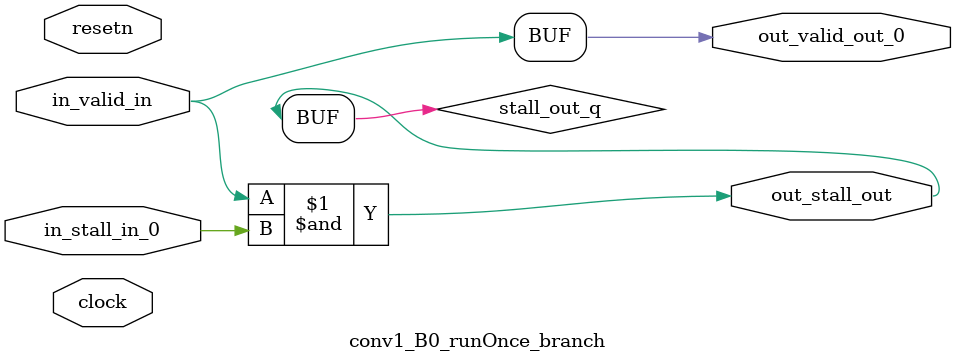
<source format=sv>



(* altera_attribute = "-name AUTO_SHIFT_REGISTER_RECOGNITION OFF; -name MESSAGE_DISABLE 10036; -name MESSAGE_DISABLE 10037; -name MESSAGE_DISABLE 14130; -name MESSAGE_DISABLE 14320; -name MESSAGE_DISABLE 15400; -name MESSAGE_DISABLE 14130; -name MESSAGE_DISABLE 10036; -name MESSAGE_DISABLE 12020; -name MESSAGE_DISABLE 12030; -name MESSAGE_DISABLE 12010; -name MESSAGE_DISABLE 12110; -name MESSAGE_DISABLE 14320; -name MESSAGE_DISABLE 13410; -name MESSAGE_DISABLE 113007; -name MESSAGE_DISABLE 10958" *)
module conv1_B0_runOnce_branch (
    input wire [0:0] in_stall_in_0,
    input wire [0:0] in_valid_in,
    output wire [0:0] out_stall_out,
    output wire [0:0] out_valid_out_0,
    input wire clock,
    input wire resetn
    );

    wire [0:0] stall_out_q;


    // stall_out(LOGICAL,6)
    assign stall_out_q = in_valid_in & in_stall_in_0;

    // out_stall_out(GPOUT,4)
    assign out_stall_out = stall_out_q;

    // out_valid_out_0(GPOUT,5)
    assign out_valid_out_0 = in_valid_in;

endmodule

</source>
